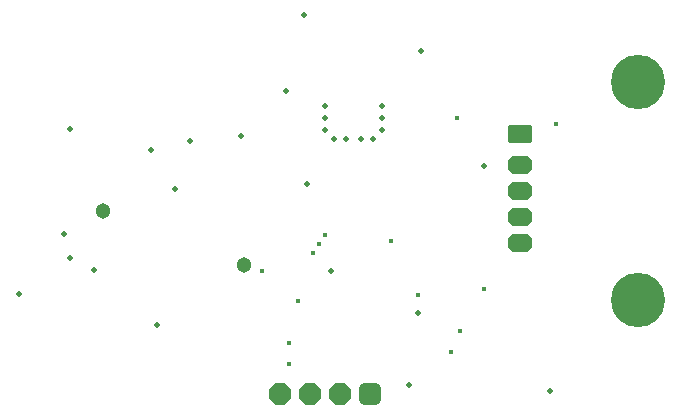
<source format=gbs>
G04 Layer_Color=16711935*
%FSLAX25Y25*%
%MOIN*%
G70*
G01*
G75*
%ADD67C,0.05124*%
G04:AMPARAMS|DCode=68|XSize=59.12mil|YSize=82.74mil|CornerRadius=0mil|HoleSize=0mil|Usage=FLASHONLY|Rotation=90.000|XOffset=0mil|YOffset=0mil|HoleType=Round|Shape=Octagon|*
%AMOCTAGOND68*
4,1,8,-0.04137,-0.01478,-0.04137,0.01478,-0.02659,0.02956,0.02659,0.02956,0.04137,0.01478,0.04137,-0.01478,0.02659,-0.02956,-0.02659,-0.02956,-0.04137,-0.01478,0.0*
%
%ADD68OCTAGOND68*%

%ADD69C,0.18116*%
G04:AMPARAMS|DCode=70|XSize=59.12mil|YSize=82.74mil|CornerRadius=7.51mil|HoleSize=0mil|Usage=FLASHONLY|Rotation=90.000|XOffset=0mil|YOffset=0mil|HoleType=Round|Shape=RoundedRectangle|*
%AMROUNDEDRECTD70*
21,1,0.05912,0.06772,0,0,90.0*
21,1,0.04409,0.08274,0,0,90.0*
1,1,0.01502,0.03386,0.02205*
1,1,0.01502,0.03386,-0.02205*
1,1,0.01502,-0.03386,-0.02205*
1,1,0.01502,-0.03386,0.02205*
%
%ADD70ROUNDEDRECTD70*%
%ADD71P,0.08103X8X202.5*%
G04:AMPARAMS|DCode=72|XSize=74.87mil|YSize=74.87mil|CornerRadius=19.72mil|HoleSize=0mil|Usage=FLASHONLY|Rotation=180.000|XOffset=0mil|YOffset=0mil|HoleType=Round|Shape=RoundedRectangle|*
%AMROUNDEDRECTD72*
21,1,0.07487,0.03543,0,0,180.0*
21,1,0.03543,0.07487,0,0,180.0*
1,1,0.03943,-0.01772,0.01772*
1,1,0.03943,0.01772,0.01772*
1,1,0.03943,0.01772,-0.01772*
1,1,0.03943,-0.01772,-0.01772*
%
%ADD72ROUNDEDRECTD72*%
%ADD73C,0.00400*%
%ADD74C,0.01600*%
%ADD75C,0.01975*%
D67*
X41000Y75000D02*
D03*
X88000Y57000D02*
D03*
D68*
X180000Y64240D02*
D03*
Y72902D02*
D03*
Y81563D02*
D03*
Y90224D02*
D03*
D69*
X219370Y45342D02*
D03*
Y117783D02*
D03*
D70*
X180000Y100461D02*
D03*
D71*
X100000Y14000D02*
D03*
X120000D02*
D03*
X110000D02*
D03*
D72*
X130000D02*
D03*
D73*
X15748Y15748D02*
D03*
X220472Y141732D02*
D03*
X15748D02*
D03*
X220472Y15748D02*
D03*
D74*
X103000Y31000D02*
D03*
Y24000D02*
D03*
X94000Y55000D02*
D03*
X106000Y45000D02*
D03*
X157000Y28000D02*
D03*
X168000Y49000D02*
D03*
X146000Y47000D02*
D03*
X160000Y35000D02*
D03*
X137000Y65000D02*
D03*
X111000Y61000D02*
D03*
X113000Y64000D02*
D03*
X115000Y67000D02*
D03*
X159000Y106000D02*
D03*
X192000Y104000D02*
D03*
D75*
X87000Y100000D02*
D03*
X102000Y115000D02*
D03*
X127000Y99000D02*
D03*
X122000D02*
D03*
X118000D02*
D03*
X131000D02*
D03*
X134000Y102000D02*
D03*
Y106000D02*
D03*
Y110000D02*
D03*
X115000Y102000D02*
D03*
Y106000D02*
D03*
Y110000D02*
D03*
X59000Y37000D02*
D03*
X143000Y17000D02*
D03*
X168000Y90000D02*
D03*
X146000Y41000D02*
D03*
X117000Y55000D02*
D03*
X109000Y84000D02*
D03*
X190000Y15000D02*
D03*
X147000Y128063D02*
D03*
X108000Y140063D02*
D03*
X13000Y47063D02*
D03*
X28000Y67063D02*
D03*
X30000Y102063D02*
D03*
X65000Y82063D02*
D03*
X57000Y95063D02*
D03*
X70000Y98063D02*
D03*
X30000Y59063D02*
D03*
X38000Y55063D02*
D03*
M02*

</source>
